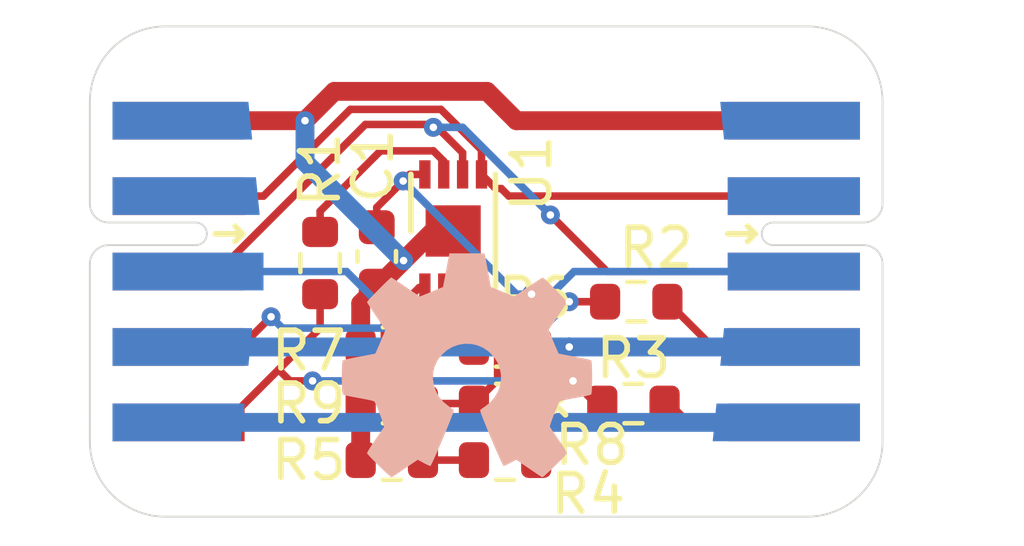
<source format=kicad_pcb>
(kicad_pcb (version 20211014) (generator pcbnew)
  (layers (0 "F.Cu" signal) (31 "B.Cu" signal) (34 "B.Paste" user) (35 "F.Paste" user) (36 "B.SilkS" user "B.Silkscreen") (37 "F.SilkS" user "F.Silkscreen") (38 "B.Mask" user) (39 "F.Mask" user) (44 "Edge.Cuts" user))
  (net 0 "")
  (net 1 "/temperature/INT")
  (net 2 "Net-(J1-Pad5)")
  (net 3 "Net-(J1-Pad4)")
  (net 4 "Net-(J2-Pad4)")
  (net 5 "Net-(J2-Pad5)")
  (net 6 "Net-(R4-Pad1)")
  (net 7 "/temperature/VDD")
  (net 8 "GND")
  (net 9 "Net-(R6-Pad1)")
  (net 10 "Net-(R8-Pad1)")
  (net 11 "/temperature/SDA")
  (net 12 "/temperature/SCL")
  (net 13 "Net-(J1-Pad8)")
  (net 14 "Net-(J1-Pad10)")
  (footprint "Resistor_SMD:R_0603_1608Metric" (layer "F.Cu") (at 154.4 100)
    (fp_text reference "R3" (at 0 -1.2) (layer "F.SilkS"))
    (fp_text value "0R")
    (fp_line (start -0.237258 -0.5225) (end 0.237258 -0.5225) (layer "F.SilkS") (width 0.12))
    (fp_line (start -0.237258 0.5225) (end 0.237258 0.5225) (layer "F.SilkS") (width 0.12))
    (pad "1" smd roundrect (at -0.825 0) (size 0.8 0.95) (layers "F.Cu" "F.Paste" "F.Mask") (net 2 "Net-(J1-Pad5)"))
    (pad "2" smd roundrect (at 0.825 0) (size 0.8 0.95) (layers "F.Cu" "F.Paste" "F.Mask") (net 5 "Net-(J2-Pad5)"))
  )
  (footprint "Resistor_SMD:R_0603_1608Metric" (layer "F.Cu") (at 151 98.5)
    (fp_text reference "R6" (at 0.8 -1.3) (layer "F.SilkS"))
    (fp_text value "d.n.p")
    (fp_line (start -0.237258 0.5225) (end 0.237258 0.5225) (layer "F.SilkS") (width 0.12))
    (fp_line (start -0.237258 -0.5225) (end 0.237258 -0.5225) (layer "F.SilkS") (width 0.12))
    (pad "1" smd roundrect (at -0.825 0) (size 0.8 0.95) (layers "F.Cu" "F.Paste" "F.Mask") (net 9 "Net-(R6-Pad1)"))
    (pad "2" smd roundrect (at 0.825 0) (size 0.8 0.95) (layers "F.Cu" "F.Paste" "F.Mask") (net 7 "/temperature/VDD"))
  )
  (footprint "Resistor_SMD:R_0603_1608Metric" (layer "F.Cu") (at 154.475 97.3)
    (fp_text reference "R2" (at 0.525 -1.43) (layer "F.SilkS"))
    (fp_text value "0R")
    (fp_line (start -0.237258 -0.5225) (end 0.237258 -0.5225) (layer "F.SilkS") (width 0.12))
    (fp_line (start -0.237258 0.5225) (end 0.237258 0.5225) (layer "F.SilkS") (width 0.12))
    (pad "1" smd roundrect (at -0.825 0) (size 0.8 0.95) (layers "F.Cu" "F.Paste" "F.Mask") (net 3 "Net-(J1-Pad4)"))
    (pad "2" smd roundrect (at 0.825 0) (size 0.8 0.95) (layers "F.Cu" "F.Paste" "F.Mask") (net 4 "Net-(J2-Pad4)"))
  )
  (footprint "Resistor_SMD:R_0603_1608Metric" (layer "F.Cu") (at 148 100)
    (fp_text reference "R9" (at -2.2 0) (layer "F.SilkS"))
    (fp_text value "0R")
    (fp_line (start -0.237258 0.5225) (end 0.237258 0.5225) (layer "F.SilkS") (width 0.12))
    (fp_line (start -0.237258 -0.5225) (end 0.237258 -0.5225) (layer "F.SilkS") (width 0.12))
    (pad "1" smd roundrect (at -0.825 0) (size 0.8 0.95) (layers "F.Cu" "F.Paste" "F.Mask") (net 8 "GND"))
    (pad "2" smd roundrect (at 0.825 0) (size 0.8 0.95) (layers "F.Cu" "F.Paste" "F.Mask") (net 10 "Net-(R8-Pad1)"))
  )
  (footprint "Resistor_SMD:R_0603_1608Metric" (layer "F.Cu") (at 148 98.5)
    (fp_text reference "R7" (at -2.2 0.1) (layer "F.SilkS"))
    (fp_text value "0R")
    (fp_line (start -0.237258 -0.5225) (end 0.237258 -0.5225) (layer "F.SilkS") (width 0.12))
    (fp_line (start -0.237258 0.5225) (end 0.237258 0.5225) (layer "F.SilkS") (width 0.12))
    (pad "1" smd roundrect (at -0.825 0) (size 0.8 0.95) (layers "F.Cu" "F.Paste" "F.Mask") (net 8 "GND"))
    (pad "2" smd roundrect (at 0.825 0) (size 0.8 0.95) (layers "F.Cu" "F.Paste" "F.Mask") (net 9 "Net-(R6-Pad1)"))
  )
  (footprint "on_edge:on_edge_2x05_host" (layer "F.Cu") (at 161 96.5 -90)
    (fp_text reference "J2")
    (fp_text value "001_I2C")
    (fp_line (start -1 3.373) (end -1.2 3.573) (layer "F.SilkS") (width 0.153))
    (fp_line (start -0.8 3.573) (end -1 3.373) (layer "F.SilkS") (width 0.153))
    (fp_line (start -1 4.1) (end -1 3.373) (layer "F.SilkS") (width 0.153))
    (fp_line (start -4 0) (end -1.8 0) (layer "Edge.Cuts") (width 0.05))
    (fp_line (start -0.2 0) (end 4 0) (layer "Edge.Cuts") (width 0.05))
    (fp_line (start -1.3 0.5) (end -1.3 2.9) (layer "Edge.Cuts") (width 0.05))
    (fp_line (start -0.7 2.9) (end -0.7 0.5) (layer "Edge.Cuts") (width 0.05))
    (fp_arc (start -1.8 0) (mid -1.446447 0.146447) (end -1.3 0.5) (layer "Edge.Cuts") (width 0.05))
    (fp_arc (start -0.7 2.9) (mid -1 3.2) (end -1.3 2.9) (layer "Edge.Cuts") (width 0.05))
    (fp_arc (start -0.7 0.5) (mid -0.553553 0.146447) (end -0.2 0) (layer "Edge.Cuts") (width 0.05))
    (pad "1" smd rect (at -4 2.35 270) (size 1 3.5) (layers "F.Cu" "F.Mask") (net 8 "GND"))
    (pad "2" smd rect (at -2 2.35 270) (size 1 3.5) (layers "F.Cu" "F.Mask") (net 11 "/temperature/SDA"))
    (pad "3" smd rect (at 0 2.35 270) (size 1 3.5) (layers "F.Cu" "F.Mask") (net 12 "/temperature/SCL"))
    (pad "4" smd rect (at 2 2.35 270) (size 1 3.5) (layers "F.Cu" "F.Mask") (net 4 "Net-(J2-Pad4)"))
    (pad "5" smd rect (at 4 2.35 270) (size 1 3.5) (layers "F.Cu" "F.Mask") (net 5 "Net-(J2-Pad5)"))
    (pad "6" smd custom (at -4 2.4 90) (size 1 3.6) (layers "B.Cu" "B.Mask") (options (clearance outline) (anchor rect)) (primitives (gr_poly (pts (xy 0.5 -1.8) (xy -0.5 -1.8) (xy 0.5 -1.9)) (width 0) (fill yes))))
    (pad "7" smd rect (at -2 2.35 90) (size 1 3.5) (layers "B.Cu" "B.Mask"))
    (pad "8" smd rect (at 0 2.35 90) (size 1 3.5) (layers "B.Cu" "B.Mask") (net 13 "Net-(J1-Pad8)"))
    (pad "9" smd custom (at 2 2.4 90) (size 1 3.6) (layers "B.Cu" "B.Mask") (net 7 "/temperature/VDD") (options (clearance outline) (anchor rect)) (primitives (gr_poly (pts (xy 0.5 -1.8) (xy -0.5 -1.8) (xy -0.5 -1.9)) (width 0) (fill yes))))
    (pad "10" smd custom (at 4 2.5 90) (size 1 3.8) (layers "B.Cu" "B.Mask") (net 14 "Net-(J1-Pad10)") (options (clearance outline) (anchor rect)) (primitives (gr_poly (pts (xy 0.5 -1.9) (xy -0.5 -1.9) (xy -0.5 -2)) (width 0) (fill yes))))
  )
  (footprint "Resistor_SMD:R_0603_1608Metric" (layer "F.Cu") (at 148 101.5)
    (fp_text reference "R5" (at -2.2 0) (layer "F.SilkS"))
    (fp_text value "0R")
    (fp_line (start -0.237258 -0.5225) (end 0.237258 -0.5225) (layer "F.SilkS") (width 0.12))
    (fp_line (start -0.237258 0.5225) (end 0.237258 0.5225) (layer "F.SilkS") (width 0.12))
    (pad "1" smd roundrect (at -0.825 0) (size 0.8 0.95) (layers "F.Cu" "F.Paste" "F.Mask") (net 8 "GND"))
    (pad "2" smd roundrect (at 0.825 0) (size 0.8 0.95) (layers "F.Cu" "F.Paste" "F.Mask") (net 6 "Net-(R4-Pad1)"))
  )
  (footprint "Resistor_SMD:R_0603_1608Metric" (layer "F.Cu") (at 146.1 96.275 -90)
    (fp_text reference "R1" (at -2.475 0 90) (layer "F.SilkS"))
    (fp_text value "0R")
    (fp_line (start -0.237258 0.5225) (end 0.237258 0.5225) (layer "F.SilkS") (width 0.12))
    (fp_line (start -0.237258 -0.5225) (end 0.237258 -0.5225) (layer "F.SilkS") (width 0.12))
    (pad "1" smd roundrect (at -0.825 0 270) (size 0.8 0.95) (layers "F.Cu" "F.Paste" "F.Mask") (net 1 "/temperature/INT"))
    (pad "2" smd roundrect (at 0.825 0 270) (size 0.8 0.95) (layers "F.Cu" "F.Paste" "F.Mask") (net 2 "Net-(J1-Pad5)"))
  )
  (footprint "on_edge:on_edge_2x05_device" (layer "F.Cu") (at 140 96.5 -90)
    (fp_text reference "J1")
    (fp_text value "001_I2C")
    (fp_line (start -1 -4.05) (end -0.8 -3.85) (layer "F.SilkS") (width 0.153))
    (fp_line (start -1 -4.05) (end -1 -3.323) (layer "F.SilkS") (width 0.153))
    (fp_line (start -1.2 -3.85) (end -1 -4.05) (layer "F.SilkS") (width 0.153))
    (fp_line (start -1.3 -2.8) (end -1.3 -0.5) (layer "Edge.Cuts") (width 0.05))
    (fp_line (start -4 0) (end -1.8 0) (layer "Edge.Cuts") (width 0.05))
    (fp_line (start -0.2 0) (end 4 0) (layer "Edge.Cuts") (width 0.05))
    (fp_line (start -0.7 -0.5) (end -0.7 -2.8) (layer "Edge.Cuts") (width 0.05))
    (fp_arc (start -1.3 -0.5) (mid -1.446447 -0.146447) (end -1.8 0) (layer "Edge.Cuts") (width 0.05))
    (fp_arc (start -0.2 0) (mid -0.553553 -0.146447) (end -0.7 -0.5) (layer "Edge.Cuts") (width 0.05))
    (fp_arc (start -1.3 -2.8) (mid -1 -3.1) (end -0.7 -2.8) (layer "Edge.Cuts") (width 0.05))
    (pad "1" smd rect (at -4 -2.35 90) (size 1 3.5) (layers "F.Cu" "F.Mask") (net 8 "GND"))
    (pad "2" smd rect (at -2 -2.35 270) (size 1 3.5) (layers "F.Cu" "F.Mask") (net 11 "/temperature/SDA"))
    (pad "3" smd rect (at 0 -2.35 270) (size 1 3.5) (layers "F.Cu" "F.Mask") (net 12 "/temperature/SCL"))
    (pad "4" smd rect (at 2 -2.35 90) (size 1 3.5) (layers "F.Cu" "F.Mask") (net 3 "Net-(J1-Pad4)"))
    (pad "5" smd rect (at 4 -2.35 90) (size 1 3.5) (layers "F.Cu" "F.Mask") (net 2 "Net-(J1-Pad5)"))
    (pad "6" smd custom (at -4 -2.4 270) (size 1 3.6) (layers "B.Cu" "B.Mask") (options (clearance outline) (anchor rect)) (primitives (gr_poly (pts (xy 0.5 -1.8) (xy 0.5 -1.9) (xy -0.5 -1.8)) (width 0) (fill yes))))
    (pad "7" smd custom (at -2 -2.1 270) (size 1 3) (layers "B.Cu" "B.Mask") (options (clearance outline) (anchor rect)) (primitives (gr_poly (pts (xy 0.3 -0.51) (xy 0.31 -0.62) (xy 0.33 -0.7) (xy 0.35 -0.76) (xy 0.37 -0.81) (xy 0.4 -0.86) (xy 0.44 -0.92) (xy 0.48 -0.97) (xy 0.5 -0.99) (xy 0.5 -2.4) (xy -0.5 -2.3) (xy -0.5 1.5) (xy 0.3 1.5)) (width 0) (fill yes))))
    (pad "8" smd rect (at 0 -2.6 270) (size 1 4) (layers "B.Cu" "B.Mask") (net 13 "Net-(J1-Pad8)"))
    (pad "9" smd custom (at 2 -2.4 270) (size 1 3.6) (layers "B.Cu" "B.Mask") (net 7 "/temperature/VDD") (options (clearance outline) (anchor rect)) (primitives (gr_poly (pts (xy -0.5 -1.8) (xy -0.5 -1.9) (xy 0.5 -1.8)) (width 0) (fill yes))))
    (pad "10" smd custom (at 4 -2.3 270) (size 1 3.4) (layers "B.Cu" "B.Mask") (net 14 "Net-(J1-Pad10)") (options (clearance outline) (anchor rect)) (primitives (gr_poly (pts (xy -0.5 -1.7) (xy -0.5 -1.8) (xy 0.5 -1.7)) (width 0) (fill yes))))
  )
  (footprint "Resistor_SMD:R_0603_1608Metric" (layer "F.Cu") (at 151 101.5)
    (fp_text reference "R4" (at 2.2 0.9) (layer "F.SilkS"))
    (fp_text value "d.n.p")
    (fp_line (start -0.237258 0.5225) (end 0.237258 0.5225) (layer "F.SilkS") (width 0.12))
    (fp_line (start -0.237258 -0.5225) (end 0.237258 -0.5225) (layer "F.SilkS") (width 0.12))
    (pad "1" smd roundrect (at -0.825 0) (size 0.8 0.95) (layers "F.Cu" "F.Paste" "F.Mask") (net 6 "Net-(R4-Pad1)"))
    (pad "2" smd roundrect (at 0.825 0) (size 0.8 0.95) (layers "F.Cu" "F.Paste" "F.Mask") (net 7 "/temperature/VDD"))
  )
  (footprint "Resistor_SMD:R_0603_1608Metric" (layer "F.Cu") (at 151 100)
    (fp_text reference "R8" (at 2.3 1.1) (layer "F.SilkS"))
    (fp_text value "d.n.p")
    (fp_line (start -0.237258 0.5225) (end 0.237258 0.5225) (layer "F.SilkS") (width 0.12))
    (fp_line (start -0.237258 -0.5225) (end 0.237258 -0.5225) (layer "F.SilkS") (width 0.12))
    (pad "1" smd roundrect (at -0.825 0) (size 0.8 0.95) (layers "F.Cu" "F.Paste" "F.Mask") (net 10 "Net-(R8-Pad1)"))
    (pad "2" smd roundrect (at 0.825 0) (size 0.8 0.95) (layers "F.Cu" "F.Paste" "F.Mask") (net 7 "/temperature/VDD"))
  )
  (footprint "Package_DFN_QFN:DFN-8-1EP_3x2mm_P0.5mm_EP1.36x1.46mm" (layer "F.Cu") (at 149.625 95.425 90)
    (fp_text reference "U1" (at 1.525 2.075 90) (layer "F.SilkS"))
    (fp_text value "MCP9844x-xMN")
    (fp_line (start -1.5 1.12) (end 1.5 1.12) (layer "F.SilkS") (width 0.15))
    (fp_line (start 0 -1.12) (end 1.5 -1.12) (layer "F.SilkS") (width 0.15))
    (pad "1" smd rect (at -1.5 -0.75 90) (size 0.75 0.3) (layers "F.Cu" "F.Paste" "F.Mask") (net 6 "Net-(R4-Pad1)"))
    (pad "2" smd rect (at -1.5 -0.25 90) (size 0.75 0.3) (layers "F.Cu" "F.Paste" "F.Mask") (net 9 "Net-(R6-Pad1)"))
    (pad "3" smd rect (at -1.5 0.25 90) (size 0.75 0.3) (layers "F.Cu" "F.Paste" "F.Mask") (net 10 "Net-(R8-Pad1)"))
    (pad "4" smd rect (at -1.5 0.75 90) (size 0.75 0.3) (layers "F.Cu" "F.Paste" "F.Mask") (net 8 "GND"))
    (pad "5" smd rect (at 1.5 0.75 90) (size 0.75 0.3) (layers "F.Cu" "F.Paste" "F.Mask") (net 11 "/temperature/SDA"))
    (pad "6" smd rect (at 1.5 0.25 90) (size 0.75 0.3) (layers "F.Cu" "F.Paste" "F.Mask") (net 12 "/temperature/SCL"))
    (pad "7" smd rect (at 1.5 -0.25 90) (size 0.75 0.3) (layers "F.Cu" "F.Paste" "F.Mask") (net 1 "/temperature/INT"))
    (pad "8" smd rect (at 1.5 -0.75 90) (size 0.75 0.3) (layers "F.Cu" "F.Paste" "F.Mask") (net 7 "/temperature/VDD"))
    (pad "9" smd rect (at 0 0 90) (size 1.36 1.46) (layers "F.Cu" "F.Mask") (net 8 "GND"))
  )
  (footprint "Capacitor_SMD:C_0603_1608Metric" (layer "F.Cu") (at 147.6 96.1 -90)
    (fp_text reference "C1" (at -2.4 0.1 90) (layer "F.SilkS"))
    (fp_text value "100nF")
    (fp_line (start -0.14058 0.51) (end 0.14058 0.51) (layer "F.SilkS") (width 0.12))
    (fp_line (start -0.14058 -0.51) (end 0.14058 -0.51) (layer "F.SilkS") (width 0.12))
    (pad "1" smd roundrect (at -0.775 0 270) (size 0.9 0.95) (layers "F.Cu" "F.Paste" "F.Mask") (net 7 "/temperature/VDD"))
    (pad "2" smd roundrect (at 0.775 0 270) (size 0.9 0.95) (layers "F.Cu" "F.Paste" "F.Mask") (net 8 "GND"))
  )
  (footprint "Symbol:OSHW-Symbol_6.7x6mm_SilkScreen" (layer "B.Cu") (at 150 99 180)
    (fp_text reference "LOGO1" hide)
    (fp_text value "Logo_Open_Hardware_Small" hide)
    (fp_poly (pts (xy 0.555814 2.531069) (xy 0.639635 2.086445) (xy 0.94892 1.958947) (xy 1.258206 1.831449) (xy 1.629246 2.083754) (xy 1.733157 2.154004) (xy 1.827087 2.216728) (xy 1.906652 2.269062) (xy 1.96747 2.308143) (xy 2.005157 2.331107) (xy 2.015421 2.336058) (xy 2.03391 2.323324) (xy 2.07342 2.288118) (xy 2.129522 2.234938) (xy 2.197787 2.168282) (xy 2.273786 2.092646) (xy 2.353092 2.012528) (xy 2.431275 1.932426) (xy 2.503907 1.856836) (xy 2.566559 1.790255) (xy 2.614803 1.737182) (xy 2.64421 1.702113) (xy 2.651241 1.690377) (xy 2.641123 1.66874) (xy 2.612759 1.621338) (xy 2.569129 1.552807) (xy 2.513218 1.467785) (xy 2.448006 1.370907) (xy 2.410219 1.31565) (xy 2.341343 1.214752) (xy 2.28014 1.123701) (xy 2.229578 1.04703) (xy 2.192628 0.989272) (xy 2.172258 0.954957) (xy 2.169197 0.947746) (xy 2.176136 0.927252) (xy 2.195051 0.879487) (xy 2.223087 0.811168) (xy 2.257391 0.729011) (xy 2.295109 0.63973) (xy 2.333387 0.550042) (xy 2.36937 0.466662) (xy 2.400206 0.396306) (xy 2.423039 0.34569) (xy 2.435017 0.321529) (xy 2.435724 0.320578) (xy 2.454531 0.315964) (xy 2.504618 0.305672) (xy 2.580793 0.290713) (xy 2.677865 0.272099) (xy 2.790643 0.250841) (xy 2.856442 0.238582) (xy 2.97695 0.215638) (xy 3.085797 0.193805) (xy 3.177476 0.174278) (xy 3.246481 0.158252) (xy 3.287304 0.146921) (xy 3.295511 0.143326) (xy 3.303548 0.118994) (xy 3.310033 0.064041) (xy 3.31497 -0.015108) (xy 3.318364 -0.112026) (xy 3.320218 -0.220287) (xy 3.320538 -0.333465) (xy 3.319327 -0.445135) (xy 3.31659 -0.548868) (xy 3.312331 -0.638241) (xy 3.306555 -0.706826) (xy 3.299267 -0.748197) (xy 3.294895 -0.75681) (xy 3.268764 -0.767133) (xy 3.213393 -0.781892) (xy 3.136107 -0.799352) (xy 3.04423 -0.81778) (xy 3.012158 -0.823741) (xy 2.857524 -0.852066) (xy 2.735375 -0.874876) (xy 2.641673 -0.89308) (xy 2.572384 -0.907583) (xy 2.523471 -0.919292) (xy 2.490897 -0.929115) (xy 2.470628 -0.937956) (xy 2.458626 -0.946724) (xy 2.456947 -0.948457) (xy 2.440184 -0.976371) (xy 2.414614 -1.030695) (xy 2.382788 -1.104777) (xy 2.34726 -1.191965) (xy 2.310583 -1.285608) (xy 2.275311 -1.379052) (xy 2.243996 -1.465647) (xy 2.219193 -1.53874) (xy 2.203454 -1.591678) (xy 2.199332 -1.617811) (xy 2.199676 -1.618726) (xy 2.213641 -1.640086) (xy 2.245322 -1.687084) (xy 2.291391 -1.754827) (xy 2.348518 -1.838423) (xy 2.413373 -1.932982) (xy 2.431843 -1.959854) (xy 2.497699 -2.057275) (xy 2.55565 -2.146163) (xy 2.602538 -2.221412) (xy 2.635207 -2.27792) (xy 2.6505 -2.310581) (xy 2.651241 -2.314593) (xy 2.638392 -2.335684) (xy 2.602888 -2.377464) (xy 2.549293 -2.435445) (xy 2.482171 -2.505135) (xy 2.406087 -2.582045) (xy 2.325604 -2.661683) (xy 2.245287 -2.739561) (xy 2.169699 -2.811186) (xy 2.103405 -2.87207) (xy 2.050969 -2.917721) (xy 2.016955 -2.94365) (xy 2.007545 -2.947883) (xy 1.985643 -2.937912) (xy 1.9408 -2.91102) (xy 1.880321 -2.871736) (xy 1.833789 -2.840117) (xy 1.749475 -2.782098) (xy 1.649626 -2.713784) (xy 1.549473 -2.645579) (xy 1.495627 -2.609075) (xy 1.313371 -2.4858) (xy 1.160381 -2.56852) (xy 1.090682 -2.604759) (xy 1.031414 -2.632926) (xy 0.991311 -2.648991) (xy 0.981103 -2.651226) (xy 0.968829 -2.634722) (xy 0.944613 -2.588082) (xy 0.910263 -2.515609) (xy 0.867588 -2.421606) (xy 0.818394 -2.310374) (xy 0.76449 -2.186215) (xy 0.707684 -2.053432) (xy 0.649782 -1.916327) (xy 0.592593 -1.779202) (xy 0.537924 -1.646358) (xy 0.487584 -1.522098) (xy 0.44338 -1.410725) (xy 0.407119 -1.316539) (xy 0.380609 -1.243844) (xy 0.365658 -1.196941) (xy 0.363254 -1.180833) (xy 0.382311 -1.160286) (xy 0.424036 -1.126933) (xy 0.479706 -1.087702) (xy 0.484378 -1.084599) (xy 0.628264 -0.969423) (xy 0.744283 -0.835053) (xy 0.83143 -0.685784) (xy 0.888699 -0.525913) (xy 0.915086 -0.359737) (xy 0.909585 -0.191552) (xy 0.87119 -0.025655) (xy 0.798895 0.133658) (xy 0.777626 0.168513) (xy 0.666996 0.309263) (xy 0.536302 0.422286) (xy 0.390064 0.506997) (xy 0.232808 0.562806) (xy 0.069057 0.589126) (xy -0.096667 0.58537) (xy -0.259838 0.55095) (xy -0.415935 0.485277) (xy -0.560433 0.387765) (xy -0.605131 0.348187) (xy -0.718888 0.224297) (xy -0.801782 0.093876) (xy -0.858644 -0.052315) (xy -0.890313 -0.197088) (xy -0.898131 -0.35986) (xy -0.872062 -0.52344) (xy -0.814755 -0.682298) (xy -0.728856 -0.830906) (xy -0.617014 -0.963735) (xy -0.481877 -1.075256) (xy -0.464117 -1.087011) (xy -0.40785 -1.125508) (xy -0.365077 -1.158863) (xy -0.344628 -1.18016) (xy -0.344331 -1.180833) (xy -0.348721 -1.203871) (xy -0.366124 -1.256157) (xy -0.394732 -1.33339) (xy -0.432735 -1.431268) (xy -0.478326 -1.545491) (xy -0.529697 -1.671758) (xy -0.585038 -1.805767) (xy -0.642542 -1.943218) (xy -0.700399 -2.079808) (xy -0.756802 -2.211237) (xy -0.809942 -2.333205) (xy -0.85801 -2.441409) (xy -0.899199 -2.531549) (xy -0.931699 -2.599323) (xy -0.953703 -2.64043) (xy -0.962564 -2.651226) (xy -0.98964 -2.642819) (xy -1.040303 -2.620272) (xy -1.105817 -2.587613) (xy -1.141841 -2.56852) (xy -1.294832 -2.4858) (xy -1.477088 -2.609075) (xy -1.570125 -2.672228) (xy -1.671985 -2.741727) (xy -1.767438 -2.807165) (xy -1.81525 -2.840117) (xy -1.882495 -2.885273) (xy -1.939436 -2.921057) (xy -1.978646 -2.942938) (xy -1.991381 -2.947563) (xy -2.009917 -2.935085) (xy -2.050941 -2.900252) (xy -2.110475 -2.846678) (xy -2.184542 -2.777983) (xy -2.269165 -2.697781) (xy -2.322685 -2.646286) (xy -2.416319 -2.554286) (xy -2.497241 -2.471999) (xy -2.562177 -2.402945) (xy -2.607858 -2.350644) (xy -2.631011 -2.318616) (xy -2.633232 -2.312116) (xy -2.622924 -2.287394) (xy -2.594439 -2.237405) (xy -2.550937 -2.167212) (xy -2.495577 -2.081875) (xy -2.43152 -1.986456) (xy -2.413303 -1.959854) (xy -2.346927 -1.863167) (xy -2.287378 -1.776117) (xy -2.237984 -1.703595) (xy -2.202075 -1.650493) (xy -2.182981 -1.621703) (xy -2.181136 -1.618726) (xy -2.183895 -1.595782) (xy -2.198538 -1.545336) (xy -2.222513 -1.474041) (xy -2.253266 -1.388547) (xy -2.288244 -1.295507) (xy -2.324893 -1.201574) (xy -2.360661 -1.113399) (xy -2.392994 -1.037634) (xy -2.419338 -0.980931) (xy -2.437142 -0.949943) (xy -2.438407 -0.948457) (xy -2.449294 -0.939601) (xy -2.467682 -0.930843) (xy -2.497606 -0.921277) (xy -2.543103 -0.909996) (xy -2.608209 -0.896093) (xy -2.696961 -0.878663) (xy -2.813393 -0.856798) (xy -2.961542 -0.829591) (xy -2.993618 -0.823741) (xy -3.088686 -0.805374) (xy -3.171565 -0.787405) (xy -3.23493 -0.771569) (xy -3.271458 -0.7596) (xy -3.276356 -0.75681) (xy -3.284427 -0.732072) (xy -3.290987 -0.67679) (xy -3.296033 -0.597389) (xy -3.299559 -0.500296) (xy -3.301561 -0.391938) (xy -3.302036 -0.27874) (xy -3.300977 -0.167128) (xy -3.298382 -0.063529) (xy -3.294246 0.025632) (xy -3.288563 0.093928) (xy -3.281331 0.134934) (xy -3.276971 0.143326) (xy -3.252698 0.151792) (xy -3.197426 0.165565) (xy -3.116662 0.18345) (xy -3.015912 0.204252) (xy -2.900683 0.226777) (xy -2.837902 0.238582) (xy -2.718787 0.260849) (xy -2.612565 0.281021) (xy -2.524427 0.298085) (xy -2.459566 0.311031) (xy -2.423174 0.318845) (xy -2.417184 0.320578) (xy -2.407061 0.34011) (xy -2.385662 0.387157) (xy -2.355839 0.454997) (xy -2.320445 0.536909) (xy -2.282332 0.626172) (xy -2.244353 0.716065) (xy -2.20936 0.799865) (xy -2.180206 0.870853) (xy -2.159743 0.922306) (xy -2.150823 0.947503) (xy -2.150657 0.948604) (xy -2.160769 0.968481) (xy -2.189117 1.014223) (xy -2.232723 1.081283) (xy -2.288606 1.165116) (xy -2.353787 1.261174) (xy -2.391679 1.31635) (xy -2.460725 1.417519) (xy -2.52205 1.50937) (xy -2.572663 1.587256) (xy -2.609571 1.646531) (xy -2.629782 1.682549) (xy -2.632701 1.690623) (xy -2.620153 1.709416) (xy -2.585463 1.749543) (xy -2.533063 1.806507) (xy -2.467384 1.875815) (xy -2.392856 1.952969) (xy -2.313913 2.033475) (xy -2.234983 2.112837) (xy -2.1605 2.18656) (xy -2.094894 2.250148) (xy -2.042596 2.299106) (xy -2.008039 2.328939) (xy -1.996478 2.336058) (xy -1.977654 2.326047) (xy -1.932631 2.297922) (xy -1.865787 2.254546) (xy -1.781499 2.198782) (xy -1.684144 2.133494) (xy -1.610707 2.083754) (xy -1.239667 1.831449) (xy -0.621095 2.086445) (xy -0.537275 2.531069) (xy -0.453454 2.975693) (xy 0.471994 2.975693) (xy 0.555814 2.531069)) (layer "B.SilkS") (width 0.01) (fill solid))
  )
  (gr_line (start 152.6 100.3) (end 152.3 100) (layer "F.SilkS") (width 0.15))
  (gr_line (start 152.3 100.2) (end 152.3 100) (layer "F.SilkS") (width 0.15))
  (gr_line (start 152.3 100) (end 152.3 100.2) (layer "F.SilkS") (width 0.15))
  (gr_line (start 152.3 100) (end 152.5 99.9) (layer "F.SilkS") (width 0.15))
  (gr_line (start 142 90) (end 159 90) (layer "Edge.Cuts") (width 0.05))
  (gr_arc (start 161 101) (mid 160.414214 102.414214) (end 159 103) (layer "Edge.Cuts") (width 0.05))
  (gr_line (start 159 103) (end 142 103) (layer "Edge.Cuts") (width 0.05))
  (gr_arc (start 159 90) (mid 160.414214 90.585786) (end 161 92) (layer "Edge.Cuts") (width 0.05))
  (gr_line (start 140 101) (end 140 100.5) (layer "Edge.Cuts") (width 0.05))
  (gr_line (start 161 100.5) (end 161 101) (layer "Edge.Cuts") (width 0.05))
  (gr_line (start 161 92) (end 161 92.5) (layer "Edge.Cuts") (width 0.05))
  (gr_arc (start 142 103) (mid 140.585786 102.414214) (end 140 101) (layer "Edge.Cuts") (width 0.05))
  (gr_line (start 140 92.5) (end 140 92) (layer "Edge.Cuts") (width 0.05))
  (gr_arc (start 140 92) (mid 140.585786 90.585786) (end 142 90) (layer "Edge.Cuts") (width 0.05))
  (segment (start 149.375 93.575) (end 149.1 93.3) (width 0.2) (layer "F.Cu") (net 1))
  (segment (start 149.1 93.3) (end 147.7 93.3) (width 0.2) (layer "F.Cu") (net 1))
  (segment (start 149.375 93.925) (end 149.375 93.575) (width 0.2) (layer "F.Cu") (net 1))
  (segment (start 147.7 93.3) (end 146.1 94.9) (width 0.2) (layer "F.Cu") (net 1))
  (segment (start 146.1 94.9) (end 146.1 95.45) (width 0.2) (layer "F.Cu") (net 1))
  (segment (start 146.1 98) (end 146.1 97.1) (width 0.2) (layer "F.Cu") (net 2))
  (segment (start 145 99.1) (end 146.1 98) (width 0.2) (layer "F.Cu") (net 2))
  (segment (start 145.3 99.4) (end 145 99.1) (width 0.2) (layer "F.Cu") (net 2))
  (segment (start 145.9 99.4) (end 145.3 99.4) (width 0.2) (layer "F.Cu") (net 2))
  (segment (start 143.6 100.5) (end 145 99.1) (width 0.2) (layer "F.Cu") (net 2))
  (segment (start 142.35 100.5) (end 143.6 100.5) (width 0.2) (layer "F.Cu") (net 2))
  (segment (start 153.4 100) (end 152.8 99.4) (width 0.2) (layer "F.Cu") (net 2))
  (segment (start 153.7 100) (end 153.4 100) (width 0.2) (layer "F.Cu") (net 2))
  (via (at 145.9 99.4) (size 0.5) (drill 0.2) (layers "F.Cu" "B.Cu") (net 2))
  (via (at 152.8 99.4) (size 0.5) (drill 0.2) (layers "F.Cu" "B.Cu") (net 2))
  (segment (start 152.8 99.4) (end 145.9 99.4) (width 0.2) (layer "B.Cu") (net 2))
  (segment (start 144.8 97.7) (end 144 98.5) (width 0.2) (layer "F.Cu") (net 3))
  (segment (start 144 98.5) (end 142.35 98.5) (width 0.2) (layer "F.Cu") (net 3))
  (segment (start 153.65 97.3) (end 152.7 97.3) (width 0.2) (layer "F.Cu") (net 3))
  (via (at 144.8 97.7) (size 0.5) (drill 0.2) (layers "F.Cu" "B.Cu") (net 3))
  (via (at 152.7 97.3) (size 0.5) (drill 0.2) (layers "F.Cu" "B.Cu") (net 3))
  (segment (start 150.4 98) (end 145.1 98) (width 0.2) (layer "B.Cu") (net 3))
  (segment (start 152 98) (end 150.4 98) (width 0.2) (layer "B.Cu") (net 3))
  (segment (start 152.7 97.3) (end 152 98) (width 0.2) (layer "B.Cu") (net 3))
  (segment (start 145.1 98) (end 144.8 97.7) (width 0.2) (layer "B.Cu") (net 3))
  (segment (start 158.65 98.5) (end 156.5 98.5) (width 0.2) (layer "F.Cu") (net 4))
  (segment (start 156.5 98.5) (end 155.3 97.3) (width 0.2) (layer "F.Cu") (net 4))
  (segment (start 155.85 100.5) (end 155.35 100) (width 0.2) (layer "F.Cu") (net 5))
  (segment (start 158.65 100.5) (end 155.85 100.5) (width 0.2) (layer "F.Cu") (net 5))
  (segment (start 150.175 101.5) (end 148.825 101.5) (width 0.2) (layer "F.Cu") (net 6))
  (segment (start 147.802 100.451868) (end 147.802 97.848) (width 0.2) (layer "F.Cu") (net 6))
  (segment (start 148.825 101.5) (end 147.789434 100.464434) (width 0.2) (layer "F.Cu") (net 6))
  (segment (start 147.789434 100.464434) (end 147.802 100.451868) (width 0.2) (layer "F.Cu") (net 6))
  (segment (start 148.725 96.925) (end 148.875 96.925) (width 0.2) (layer "F.Cu") (net 6))
  (segment (start 147.802 97.848) (end 148.725 96.925) (width 0.2) (layer "F.Cu") (net 6))
  (segment (start 151.825 101.5) (end 151.825 100) (width 0.2) (layer "F.Cu") (net 7))
  (segment (start 151.7 97.1) (end 151.7 98.375) (width 0.2) (layer "F.Cu") (net 7))
  (segment (start 148.875 93.925) (end 148.475 93.925) (width 0.2) (layer "F.Cu") (net 7))
  (segment (start 148.475 93.925) (end 148.3 94.1) (width 0.2) (layer "F.Cu") (net 7))
  (segment (start 151.825 100) (end 151.825 98.5) (width 0.2) (layer "F.Cu") (net 7))
  (segment (start 147.6 95.325) (end 147.6 94.8) (width 0.2) (layer "F.Cu") (net 7))
  (segment (start 151.7 98.375) (end 151.825 98.5) (width 0.2) (layer "F.Cu") (net 7))
  (segment (start 151.825 98.5) (end 152.7 98.5) (width 0.2) (layer "F.Cu") (net 7))
  (segment (start 147.6 94.8) (end 148.3 94.1) (width 0.2) (layer "F.Cu") (net 7))
  (via (at 151.7 97.1) (size 0.5) (drill 0.2) (layers "F.Cu" "B.Cu") (net 7))
  (via (at 152.7 98.5) (size 0.5) (drill 0.2) (layers "F.Cu" "B.Cu") (net 7))
  (via (at 148.3 94.1) (size 0.5) (drill 0.2) (layers "F.Cu" "B.Cu") (net 7))
  (segment (start 151.3 97.1) (end 151.7 97.1) (width 0.2) (layer "B.Cu") (net 7))
  (segment (start 148.3 94.1) (end 151.3 97.1) (width 0.2) (layer "B.Cu") (net 7))
  (segment (start 158.6 98.5) (end 152.7 98.5) (width 0.5) (layer "B.Cu") (net 7))
  (segment (start 152.7 98.5) (end 142.4 98.5) (width 0.5) (layer "B.Cu") (net 7))
  (segment (start 150.523 91.723) (end 151.3 92.5) (width 0.5) (layer "F.Cu") (net 8))
  (segment (start 151.3 92.5) (end 158.65 92.5) (width 0.5) (layer "F.Cu") (net 8))
  (segment (start 145.7 92.5) (end 146.477 91.723) (width 0.5) (layer "F.Cu") (net 8))
  (segment (start 150.375 96.175) (end 149.625 95.425) (width 0.2) (layer "F.Cu") (net 8))
  (segment (start 148.3105 96.2105) (end 149.096 95.425) (width 0.5) (layer "F.Cu") (net 8))
  (segment (start 146.477 91.723) (end 150.523 91.723) (width 0.5) (layer "F.Cu") (net 8))
  (segment (start 147.175 101.5) (end 147.175 100) (width 0.5) (layer "F.Cu") (net 8))
  (segment (start 147.175 98.5) (end 147.175 97.346) (width 0.5) (layer "F.Cu") (net 8))
  (segment (start 149.096 95.425) (end 149.625 95.425) (width 0.5) (layer "F.Cu") (net 8))
  (segment (start 150.375 96.925) (end 150.375 96.175) (width 0.2) (layer "F.Cu") (net 8))
  (segment (start 142.35 92.5) (end 145.7 92.5) (width 0.5) (layer "F.Cu") (net 8))
  (segment (start 147.175 100) (end 147.175 98.5) (width 0.5) (layer "F.Cu") (net 8))
  (segment (start 147.175 97.346) (end 148.3105 96.2105) (width 0.5) (layer "F.Cu") (net 8))
  (via (at 145.7 92.5) (size 0.5) (drill 0.2) (layers "F.Cu" "B.Cu") (net 8))
  (via (at 148.3105 96.2105) (size 0.5) (drill 0.2) (layers "F.Cu" "B.Cu") (net 8))
  (segment (start 145.7 93.6) (end 148.3105 96.2105) (width 0.5) (layer "B.Cu") (net 8))
  (segment (start 145.7 92.5) (end 145.7 93.6) (width 0.5) (layer "B.Cu") (net 8))
  (segment (start 149.375 97.95) (end 148.825 98.5) (width 0.2) (layer "F.Cu") (net 9))
  (segment (start 149.375 96.925) (end 149.375 97.95) (width 0.2) (layer "F.Cu") (net 9))
  (segment (start 150.175 98.5) (end 148.825 98.5) (width 0.2) (layer "F.Cu") (net 9))
  (segment (start 148.825 100) (end 150.175 100) (width 0.2) (layer "F.Cu") (net 10))
  (segment (start 149.875 97.375) (end 149.875 96.925) (width 0.2) (layer "F.Cu") (net 10))
  (segment (start 150.5 97.527) (end 150.027 97.527) (width 0.2) (layer "F.Cu") (net 10))
  (segment (start 150.802 97.829) (end 150.5 97.527) (width 0.2) (layer "F.Cu") (net 10))
  (segment (start 150.175 100) (end 150.802 99.373) (width 0.2) (layer "F.Cu") (net 10))
  (segment (start 150.027 97.527) (end 149.875 97.375) (width 0.2) (layer "F.Cu") (net 10))
  (segment (start 150.802 99.373) (end 150.802 97.829) (width 0.2) (layer "F.Cu") (net 10))
  (segment (start 150.375 93.275) (end 149.3 92.2) (width 0.2) (layer "F.Cu") (net 11))
  (segment (start 144.6 94.5) (end 142.35 94.5) (width 0.2) (layer "F.Cu") (net 11))
  (segment (start 146.9 92.2) (end 144.6 94.5) (width 0.2) (layer "F.Cu") (net 11))
  (segment (start 149.3 92.2) (end 146.9 92.2) (width 0.2) (layer "F.Cu") (net 11))
  (segment (start 150.75 94.3) (end 150.9 94.3) (width 0.2) (layer "F.Cu") (net 11))
  (segment (start 150.9 94.3) (end 151.1 94.5) (width 0.2) (layer "F.Cu") (net 11))
  (segment (start 150.375 93.925) (end 150.375 93.275) (width 0.2) (layer "F.Cu") (net 11))
  (segment (start 150.375 93.925) (end 150.75 94.3) (width 0.2) (layer "F.Cu") (net 11))
  (segment (start 151.1 94.5) (end 158.65 94.5) (width 0.2) (layer "F.Cu") (net 11))
  (segment (start 149.875 93.925) (end 149.875 93.35) (width 0.2) (layer "F.Cu") (net 12))
  (segment (start 143.4 96.5) (end 142.35 96.5) (width 0.2) (layer "F.Cu") (net 12))
  (segment (start 147.3 92.6) (end 143.4 96.5) (width 0.2) (layer "F.Cu") (net 12))
  (segment (start 158.65 96.5) (end 153.7 96.5) (width 0.2) (layer "F.Cu") (net 12))
  (segment (start 149.875 93.35) (end 149.125 92.6) (width 0.2) (layer "F.Cu") (net 12))
  (segment (start 153.7 96.5) (end 152.2 95) (width 0.2) (layer "F.Cu") (net 12))
  (segment (start 149.125 92.6) (end 147.3 92.6) (width 0.2) (layer "F.Cu") (net 12))
  (via (at 149.1 92.6765) (size 0.5) (drill 0.2) (layers "F.Cu" "B.Cu") (net 12))
  (via (at 152.2 95) (size 0.5) (drill 0.2) (layers "F.Cu" "B.Cu") (net 12))
  (segment (start 149.8765 92.6765) (end 152.2 95) (width 0.2) (layer "B.Cu") (net 12))
  (segment (start 149.1 92.6765) (end 149.8765 92.6765) (width 0.2) (layer "B.Cu") (net 12))
  (segment (start 152.82542 96.5) (end 158.65 96.5) (width 0.2) (layer "B.Cu") (net 13))
  (segment (start 152.223 97.10242) (end 152.82542 96.5) (width 0.2) (layer "B.Cu") (net 13))
  (segment (start 151.923 97.577) (end 152.223 97.277) (width 0.2) (layer "B.Cu") (net 13))
  (segment (start 152.223 97.277) (end 152.223 97.10242) (width 0.2) (layer "B.Cu") (net 13))
  (segment (start 142.6 96.5) (end 146.8 96.5) (width 0.2) (layer "B.Cu") (net 13))
  (segment (start 147.877 97.577) (end 151.923 97.577) (width 0.2) (layer "B.Cu") (net 13))
  (segment (start 146.8 96.5) (end 147.877 97.577) (width 0.2) (layer "B.Cu") (net 13))
  (segment (start 158.5 100.5) (end 142.3 100.5) (width 0.5) (layer "B.Cu") (net 14))
)
</source>
